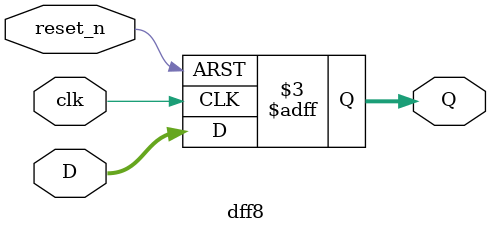
<source format=v>
`timescale 1ns / 1ps

module dff8(
    input clk,
    input reset_n,
    input [7:0] D,
    output reg [7:0] Q
);
    always @(posedge clk or negedge reset_n) begin
        if(reset_n == 0) begin
            Q <= 8'b00000000;
        end
        else begin
            Q <= D;
        end
    end
endmodule
</source>
